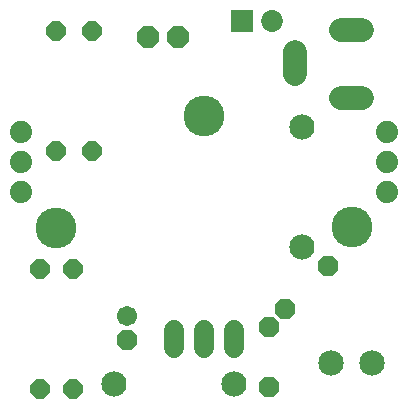
<source format=gbs>
G04 EAGLE Gerber RS-274X export*
G75*
%MOMM*%
%FSLAX34Y34*%
%LPD*%
%INSoldermask Bottom*%
%IPPOS*%
%AMOC8*
5,1,8,0,0,1.08239X$1,22.5*%
G01*
%ADD10C,3.453200*%
%ADD11P,1.843527X8X292.500000*%
%ADD12C,1.703200*%
%ADD13C,2.133600*%
%ADD14C,1.727200*%
%ADD15C,2.153200*%
%ADD16P,1.767759X8X112.500000*%
%ADD17P,1.767759X8X292.500000*%
%ADD18C,2.003200*%
%ADD19P,1.843527X8X247.500000*%
%ADD20R,1.853200X1.853200*%
%ADD21C,1.853200*%
%ADD22C,1.879600*%
%ADD23P,2.034460X8X22.500000*%


D10*
X300000Y155000D03*
X50000Y154000D03*
X175000Y249000D03*
D11*
X110000Y59840D03*
D12*
X110000Y80160D03*
D11*
X230000Y70400D03*
X230000Y19600D03*
D13*
X258000Y239800D03*
X258000Y138200D03*
D14*
X149600Y68320D02*
X149600Y53080D01*
X175000Y53080D02*
X175000Y68320D01*
X200400Y68320D02*
X200400Y53080D01*
D15*
X317500Y40000D03*
X282500Y40000D03*
D16*
X36000Y18200D03*
X36000Y119800D03*
D17*
X64000Y119800D03*
X64000Y18200D03*
D18*
X291000Y322000D02*
X309000Y322000D01*
X309000Y264000D02*
X291000Y264000D01*
X252000Y285000D02*
X252000Y303000D01*
D19*
X279961Y121961D03*
X244039Y86039D03*
D20*
X207300Y330000D03*
D21*
X232700Y330000D03*
D22*
X330000Y210000D03*
X330000Y235400D03*
X330000Y184600D03*
X20000Y210000D03*
X20000Y184600D03*
X20000Y235400D03*
D17*
X50000Y320800D03*
X50000Y219200D03*
X80000Y320800D03*
X80000Y219200D03*
D23*
X127300Y316000D03*
X152700Y316000D03*
D13*
X99200Y22000D03*
X200800Y22000D03*
M02*

</source>
